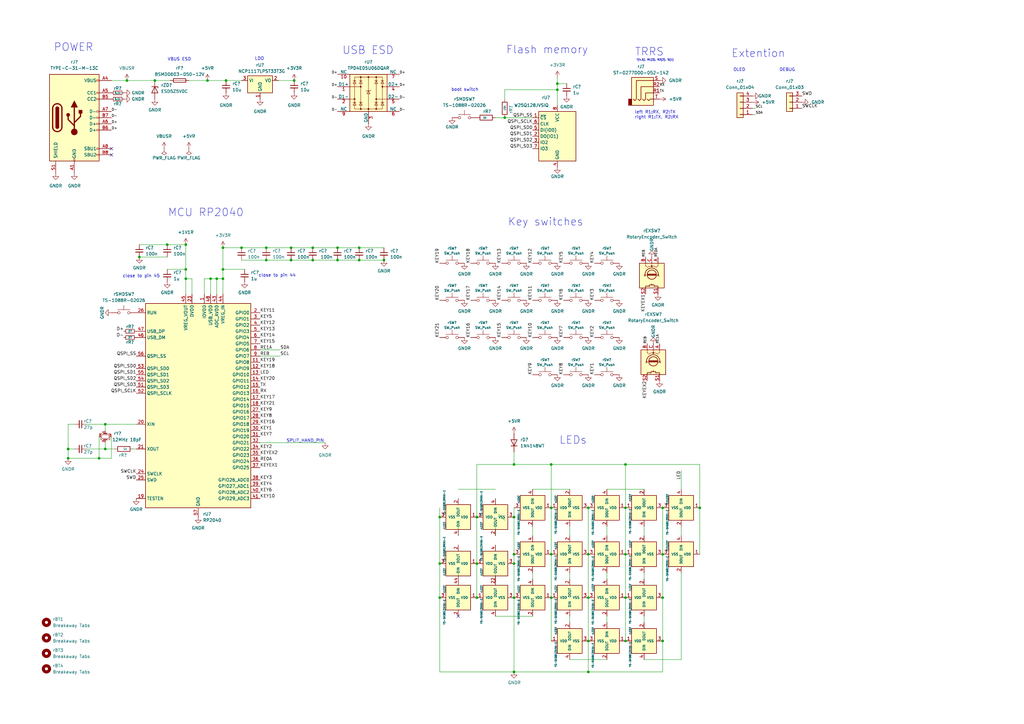
<source format=kicad_sch>
(kicad_sch (version 20231120) (generator "eeschema") (generator_version "8.0")
  (paper "A3")
  (title_block (title "Corne Right") (date "2023-10-07") (rev "4.0.0") (company "foostan"))
  (junction (at 27.94 184.15))
  (junction (at 228.6 36.83))
  (junction (at 180.34 231.14))
  (junction (at 180.34 245.11))
  (junction (at 195.58 212.09))
  (junction (at 226.06 227.33))
  (junction (at 210.82 245.11))
  (junction (at 91.44 114.3))
  (junction (at 241.3 227.33))
  (junction (at 256.54 227.33))
  (junction (at 180.34 212.09))
  (junction (at 128.27 101.6))
  (junction (at 40.64 187.96))
  (junction (at 43.18 184.15))
  (junction (at 226.06 245.11))
  (junction (at 271.78 262.89))
  (junction (at 271.78 245.11))
  (junction (at 195.58 231.14))
  (junction (at 256.54 262.89))
  (junction (at 157.48 106.68))
  (junction (at 91.44 110.49))
  (junction (at 76.2 100.33))
  (junction (at 241.3 245.11))
  (junction (at 92.71 33.02))
  (junction (at 228.6 34.29))
  (junction (at 210.82 190.5))
  (junction (at 57.15 105.41))
  (junction (at 27.94 187.96))
  (junction (at 99.06 101.6))
  (junction (at 88.9 114.3))
  (junction (at 138.43 106.68))
  (junction (at 271.78 208.28))
  (junction (at 52.07 33.02))
  (junction (at 109.22 101.6))
  (junction (at 120.65 33.02))
  (junction (at 226.06 190.5))
  (junction (at 210.82 227.33))
  (junction (at 241.3 208.28))
  (junction (at 128.27 106.68))
  (junction (at 207.01 48.26))
  (junction (at 256.54 208.28))
  (junction (at 119.38 106.68))
  (junction (at 86.36 114.3))
  (junction (at 109.22 106.68))
  (junction (at 68.58 100.33))
  (junction (at 256.54 190.5))
  (junction (at 76.2 114.3))
  (junction (at 91.44 101.6))
  (junction (at 287.02 208.28))
  (junction (at 241.3 262.89))
  (junction (at 85.09 33.02))
  (junction (at 210.82 231.14))
  (junction (at 256.54 245.11))
  (junction (at 210.82 275.59))
  (junction (at 226.06 208.28))
  (junction (at 210.82 212.09))
  (junction (at 63.5 33.02))
  (junction (at 241.3 275.59))
  (junction (at 119.38 101.6))
  (junction (at 147.32 101.6))
  (junction (at 43.18 173.99))
  (junction (at 195.58 245.11))
  (junction (at 147.32 106.68))
  (junction (at 271.78 227.33))
  (junction (at 76.2 110.49))
  (junction (at 138.43 101.6))
  (no_connect (at 45.72 63.5))
  (no_connect (at 187.96 252.73))
  (no_connect (at 45.72 60.96))
  (bus_entry (at 204.47 210.82) (size 2.54 2.54))
  (wire (pts (xy 91.44 101.6) (xy 99.06 101.6)))
  (wire (pts (xy 241.3 208.28) (xy 241.3 227.33)))
  (wire (pts (xy 106.68 146.05) (xy 114.935 146.05)))
  (wire (pts (xy 138.43 101.6) (xy 147.32 101.6)))
  (wire (pts (xy 83.82 114.3) (xy 86.36 114.3)))
  (wire (pts (xy 85.09 33.02) (xy 92.71 33.02)))
  (wire (pts (xy 210.82 227.33) (xy 210.82 231.14)))
  (wire (pts (xy 27.94 187.96) (xy 40.64 187.96)))
  (wire (pts (xy 241.3 262.89) (xy 241.3 275.59)))
  (wire (pts (xy 210.82 190.5) (xy 195.58 190.5)))
  (wire (pts (xy 180.34 245.11) (xy 180.34 275.59)))
  (wire (pts (xy 27.94 173.99) (xy 27.94 184.15)))
  (wire (pts (xy 147.32 106.68) (xy 157.48 106.68)))
  (wire (pts (xy 138.43 106.68) (xy 147.32 106.68)))
  (wire (pts (xy 256.54 227.33) (xy 256.54 245.11)))
  (wire (pts (xy 30.48 173.99) (xy 27.94 173.99)))
  (wire (pts (xy 226.06 245.11) (xy 226.06 262.89)))
  (wire (pts (xy 264.16 234.95) (xy 264.16 237.49)))
  (wire (pts (xy 106.68 181.61) (xy 133.35 181.61)))
  (wire (pts (xy 114.3 33.02) (xy 120.65 33.02)))
  (wire (pts (xy 271.78 275.59) (xy 241.3 275.59)))
  (wire (pts (xy 43.18 184.15) (xy 43.18 181.61)))
  (wire (pts (xy 86.36 114.3) (xy 86.36 120.65)))
  (wire (pts (xy 233.68 252.73) (xy 233.68 255.27)))
  (wire (pts (xy 248.92 215.9) (xy 248.92 219.71)))
  (wire (pts (xy 180.34 208.28) (xy 180.34 212.09)))
  (wire (pts (xy 119.38 101.6) (xy 128.27 101.6)))
  (wire (pts (xy 218.44 234.95) (xy 218.44 237.49)))
  (wire (pts (xy 109.22 106.68) (xy 119.38 106.68)))
  (wire (pts (xy 68.58 110.49) (xy 76.2 110.49)))
  (wire (pts (xy 35.56 184.15) (xy 43.18 184.15)))
  (wire (pts (xy 76.2 110.49) (xy 76.2 114.3)))
  (wire (pts (xy 210.82 275.59) (xy 241.3 275.59)))
  (wire (pts (xy 91.44 114.3) (xy 88.9 114.3)))
  (wire (pts (xy 63.5 33.02) (xy 69.85 33.02)))
  (wire (pts (xy 76.2 100.33) (xy 76.2 110.49)))
  (wire (pts (xy 271.78 245.11) (xy 271.78 262.89)))
  (wire (pts (xy 91.44 120.65) (xy 91.44 114.3)))
  (wire (pts (xy 228.6 36.83) (xy 207.01 36.83)))
  (wire (pts (xy 91.44 101.6) (xy 91.44 110.49)))
  (wire (pts (xy 279.4 193.04) (xy 279.4 200.66)))
  (wire (pts (xy 43.18 176.53) (xy 43.18 173.99)))
  (wire (pts (xy 99.06 106.68) (xy 109.22 106.68)))
  (wire (pts (xy 233.68 237.49) (xy 233.68 234.95)))
  (wire (pts (xy 233.68 200.66) (xy 218.44 200.66)))
  (wire (pts (xy 256.54 245.11) (xy 256.54 262.89)))
  (wire (pts (xy 309.88 46.99) (xy 308.61 46.99)))
  (wire (pts (xy 27.94 184.15) (xy 30.48 184.15)))
  (wire (pts (xy 287.02 208.28) (xy 287.02 227.33)))
  (wire (pts (xy 241.3 227.33) (xy 241.3 245.11)))
  (wire (pts (xy 195.58 190.5) (xy 195.58 212.09)))
  (wire (pts (xy 45.72 187.96) (xy 40.64 187.96)))
  (wire (pts (xy 207.01 48.26) (xy 218.44 48.26)))
  (wire (pts (xy 203.2 252.73) (xy 218.44 252.73)))
  (wire (pts (xy 233.68 219.71) (xy 233.68 215.9)))
  (wire (pts (xy 279.4 270.51) (xy 264.16 270.51)))
  (wire (pts (xy 218.44 219.71) (xy 218.44 215.9)))
  (wire (pts (xy 210.82 231.14) (xy 210.82 245.11)))
  (wire (pts (xy 264.16 215.9) (xy 264.16 219.71)))
  (wire (pts (xy 40.64 179.07) (xy 40.64 187.96)))
  (wire (pts (xy 86.36 114.3) (xy 88.9 114.3)))
  (wire (pts (xy 210.82 212.09) (xy 210.82 227.33)))
  (wire (pts (xy 195.58 212.09) (xy 195.58 231.14)))
  (wire (pts (xy 271.78 208.28) (xy 271.78 227.33)))
  (wire (pts (xy 106.68 143.51) (xy 114.935 143.51)))
  (wire (pts (xy 57.15 105.41) (xy 68.58 105.41)))
  (wire (pts (xy 119.38 106.68) (xy 128.27 106.68)))
  (wire (pts (xy 68.58 100.33) (xy 76.2 100.33)))
  (wire (pts (xy 147.32 101.6) (xy 157.48 101.6)))
  (wire (pts (xy 91.44 110.49) (xy 91.44 114.3)))
  (wire (pts (xy 83.82 114.3) (xy 83.82 120.65)))
  (wire (pts (xy 43.18 173.99) (xy 55.88 173.99)))
  (wire (pts (xy 180.34 212.09) (xy 180.34 231.14)))
  (wire (pts (xy 210.82 208.28) (xy 210.82 212.09)))
  (wire (pts (xy 52.07 33.02) (xy 63.5 33.02)))
  (wire (pts (xy 195.58 231.14) (xy 195.58 245.11)))
  (wire (pts (xy 88.9 114.3) (xy 88.9 120.65)))
  (wire (pts (xy 309.88 44.45) (xy 308.61 44.45)))
  (wire (pts (xy 279.4 215.9) (xy 279.4 219.71)))
  (wire (pts (xy 54.61 184.15) (xy 55.88 184.15)))
  (wire (pts (xy 45.72 33.02) (xy 52.07 33.02)))
  (wire (pts (xy 256.54 190.5) (xy 287.02 190.5)))
  (wire (pts (xy 256.54 190.5) (xy 256.54 208.28)))
  (wire (pts (xy 128.27 101.6) (xy 138.43 101.6)))
  (wire (pts (xy 76.2 120.65) (xy 76.2 114.3)))
  (wire (pts (xy 203.2 237.49) (xy 203.2 234.95)))
  (wire (pts (xy 45.72 179.07) (xy 45.72 187.96)))
  (wire (pts (xy 203.2 219.71) (xy 203.2 215.9)))
  (wire (pts (xy 279.4 234.95) (xy 279.4 270.51)))
  (wire (pts (xy 91.44 110.49) (xy 100.33 110.49)))
  (wire (pts (xy 241.3 245.11) (xy 241.3 262.89)))
  (wire (pts (xy 271.78 262.89) (xy 271.78 275.59)))
  (wire (pts (xy 109.22 101.6) (xy 119.38 101.6)))
  (wire (pts (xy 256.54 208.28) (xy 256.54 227.33)))
  (wire (pts (xy 228.6 36.83) (xy 228.6 43.18)))
  (wire (pts (xy 248.92 270.51) (xy 233.68 270.51)))
  (wire (pts (xy 187.96 234.95) (xy 187.96 237.49)))
  (wire (pts (xy 287.02 190.5) (xy 287.02 208.28)))
  (wire (pts (xy 228.6 31.75) (xy 228.6 34.29)))
  (wire (pts (xy 203.2 48.26) (xy 207.01 48.26)))
  (wire (pts (xy 210.82 190.5) (xy 226.06 190.5)))
  (wire (pts (xy 128.27 106.68) (xy 138.43 106.68)))
  (wire (pts (xy 35.56 173.99) (xy 43.18 173.99)))
  (wire (pts (xy 228.6 34.29) (xy 232.41 34.29)))
  (wire (pts (xy 248.92 234.95) (xy 248.92 237.49)))
  (wire (pts (xy 203.2 200.66) (xy 187.96 200.66)))
  (wire (pts (xy 78.74 114.3) (xy 76.2 114.3)))
  (wire (pts (xy 92.71 33.02) (xy 99.06 33.02)))
  (wire (pts (xy 228.6 34.29) (xy 228.6 36.83)))
  (wire (pts (xy 271.78 227.33) (xy 271.78 245.11)))
  (wire (pts (xy 248.92 200.66) (xy 264.16 200.66)))
  (wire (pts (xy 226.06 208.28) (xy 226.06 227.33)))
  (wire (pts (xy 226.06 190.5) (xy 226.06 208.28)))
  (wire (pts (xy 180.34 231.14) (xy 180.34 245.11)))
  (wire (pts (xy 210.82 185.42) (xy 210.82 190.5)))
  (wire (pts (xy 207.01 36.83) (xy 207.01 40.64)))
  (wire (pts (xy 99.06 101.6) (xy 109.22 101.6)))
  (wire (pts (xy 226.06 190.5) (xy 256.54 190.5)))
  (wire (pts (xy 43.18 184.15) (xy 46.99 184.15)))
  (wire (pts (xy 27.94 184.15) (xy 27.94 187.96)))
  (wire (pts (xy 57.15 100.33) (xy 68.58 100.33)))
  (wire (pts (xy 78.74 120.65) (xy 78.74 114.3)))
  (wire (pts (xy 226.06 227.33) (xy 226.06 245.11)))
  (wire (pts (xy 77.47 33.02) (xy 85.09 33.02)))
  (wire (pts (xy 180.34 275.59) (xy 210.82 275.59)))
  (wire (pts (xy 187.96 215.9) (xy 187.96 219.71)))
  (wire (pts (xy 264.16 252.73) (xy 264.16 255.27)))
  (wire (pts (xy 210.82 245.11) (xy 210.82 275.59)))
  (wire (pts (xy 248.92 252.73) (xy 248.92 255.27)))
  (text "USB ESD" (at 140.335 22.606 0) (effects (font (size 3.175 3.175)) (justify left bottom)))
  (text "Flash memory" (at 207.518 22.352 0) (effects (font (size 3.175 3.175)) (justify left bottom)))
  (text "MCU RP2040" (at 68.834 89.154 0) (effects (font (size 3.175 3.175)) (justify left bottom)))
  (text "DEBUG" (at 319.659 29.464 0) (effects (font (size 1.27 1.27)) (justify left bottom)))
  (text "POWER\n" (at 21.971 21.336 0) (effects (font (size 3.175 3.175)) (justify left bottom)))
  (text "boot switch" (at 185.039 37.592 0) (effects (font (size 1.27 1.27)) (justify left bottom)))
  (text "LDO" (at 104.521 24.892 0) (effects (font (size 1.27 1.27)) (justify left bottom)))
  (text "Key switches" (at 208.28 92.964 0) (effects (font (size 3.175 3.175)) (justify left bottom)))
  (text "LEDs" (at 229.362 182.499 0) (effects (font (size 3.175 3.175)) (justify left bottom)))
  (text "Extention" (at 299.974 23.876 0) (effects (font (size 3.175 3.175)) (justify left bottom)))
  (text "TRRS" (at 260.35 23.241 0) (effects (font (size 3.175 3.175)) (justify left bottom)))
  (text "OLED" (at 300.736 29.464 0) (effects (font (size 1.27 1.27)) (justify left bottom)))
  (text "close to pin 45" (at 50.292 114.046 0) (effects (font (size 1.27 1.27)) (justify left bottom)))
  (text "close to pin 44" (at 106.045 113.792 0) (effects (font (size 1.27 1.27)) (justify left bottom)))
  (text "left R1:RX, R2:TX\nright R1:TX, R2:RX" (at 260.35 48.895 0) (effects (font (size 1.27 1.27)) (justify left bottom)))
  (text "SPLIT_HAND_PIN" (at 117.475 181.61 0) (effects (font (size 1.27 1.27)) (justify left bottom)))
  (text "T(4,5), R1(3), R2(2), S(1)\n" (at 260.985 25.146 0) (effects (font (size 0.762 0.762)) (justify left bottom)))
  (text "VBUS ESD" (at 68.707 25.146 0) (effects (font (size 1.27 1.27)) (justify left bottom)))
  (label "QSPI_SCLK" (at 55.88 161.29 180))
  (label "KEYEX2" (at 265.43 156.21 270))
  (label "SWCLK" (at 55.88 194.31 180))
  (label "TX" (at 106.68 158.75 0))
  (label "RX" (at 270.51 35.56 0) (effects (font (size 1 1))))
  (label "SCL" (at 309.88 44.45 0) (effects (font (size 1 1))))
  (label "RE0A" (at 269.875 105.41 90) (effects (font (size 1 1))))
  (label "KEY8" (at 106.68 171.45 0))
  (label "D+" (at 163.83 35.56 0) (effects (font (size 1 1))))
  (label "KEY19" (at 180.34 107.95 90))
  (label "LED" (at 279.4 193.04 270))
  (label "D-" (at 45.72 45.72 0) (effects (font (size 1 1))))
  (label "KEY18" (at 106.68 151.13 0))
  (label "KEY4" (at 243.84 107.95 90))
  (label "KEY6" (at 231.14 123.19 90))
  (label "RE0A" (at 106.68 189.23 0))
  (label "RX" (at 106.68 161.29 0))
  (label "D-" (at 163.83 40.64 0) (effects (font (size 1 1))))
  (label "KEY14" (at 205.74 123.19 90))
  (label "KEY12" (at 218.44 107.95 90))
  (label "KEY20" (at 180.34 123.19 90))
  (label "QSPI_SD3" (at 55.88 158.75 180))
  (label "QSPI_SCLK" (at 218.44 50.8 180))
  (label "KEY16" (at 106.68 173.99 0))
  (label "QSPI_SD1" (at 218.44 55.88 180))
  (label "KEY3" (at 243.84 123.19 90))
  (label "KEY2" (at 243.84 138.43 90))
  (label "D-" (at 45.72 48.26 0) (effects (font (size 1 1))))
  (label "KEY16" (at 193.04 138.43 90))
  (label "KEY15" (at 205.74 138.43 90))
  (label "SWD" (at 55.88 196.85 180))
  (label "KEY11" (at 218.44 123.19 90))
  (label "SDA" (at 114.935 143.51 0))
  (label "KEY9" (at 106.68 168.91 0))
  (label "KEY18" (at 193.04 107.95 90))
  (label "D+" (at 138.43 35.56 180) (effects (font (size 1 1))))
  (label "D-" (at 163.83 45.72 0) (effects (font (size 1 1))))
  (label "QSPI_SD2" (at 218.44 58.42 180))
  (label "KEY17" (at 193.04 123.19 90))
  (label "QSPI_SD2" (at 55.88 156.21 180))
  (label "KEY13" (at 205.74 107.95 90))
  (label "KEY7" (at 106.68 179.07 0))
  (label "D+" (at 45.72 50.8 0) (effects (font (size 1 1))))
  (label "KEY10" (at 218.44 138.43 90))
  (label "KEY9" (at 218.44 153.67 90))
  (label "QSPI_SS" (at 218.44 48.26 180))
  (label "KEY5" (at 106.68 130.81 0))
  (label "REB" (at 106.68 146.05 0))
  (label "KEY1" (at 243.84 153.67 90))
  (label "SCL" (at 114.935 146.05 0))
  (label "KEY19" (at 106.68 148.59 0))
  (label "KEYEX1" (at 264.795 120.65 270))
  (label "KEY2" (at 106.68 184.15 0))
  (label "TX" (at 270.51 38.1 0) (effects (font (size 1 1))))
  (label "KEY12" (at 106.68 133.35 0))
  (label "QSPI_SS" (at 55.88 146.05 180))
  (label "KEY7" (at 231.14 138.43 90))
  (label "KEY4" (at 106.68 199.39 0))
  (label "QSPI_SD0" (at 218.44 53.34 180))
  (label "KEY15" (at 106.68 140.97 0))
  (label "KEY20" (at 106.68 156.21 0))
  (label "D-" (at 50.8 138.43 180))
  (label "SWD" (at 328.93 39.37 0))
  (label "KEY21" (at 180.34 138.43 90))
  (label "REB" (at 265.43 140.97 90) (effects (font (size 1 1))))
  (label "KEY17" (at 106.68 163.83 0))
  (label "RE1A" (at 270.51 140.97 90) (effects (font (size 1 1))))
  (label "KEY14" (at 106.68 138.43 0))
  (label "D+" (at 163.83 30.48 0) (effects (font (size 1 1))))
  (label "KEY1" (at 106.68 176.53 0))
  (label "KEYEX2" (at 106.68 186.69 0))
  (label "REB" (at 264.795 105.41 90) (effects (font (size 1 1))))
  (label "KEY21" (at 106.68 166.37 0))
  (label "D-" (at 138.43 45.72 180) (effects (font (size 1 1))))
  (label "SWCLK" (at 328.93 44.45 0))
  (label "SDA" (at 309.88 46.99 0) (effects (font (size 1 1))))
  (label "KEYEX1" (at 106.68 191.77 0))
  (label "QSPI_SD3" (at 218.44 60.96 180))
  (label "D+" (at 138.43 30.48 180) (effects (font (size 1 1))))
  (label "D+" (at 50.8 135.89 180))
  (label "KEY13" (at 106.68 135.89 0))
  (label "KEY3" (at 106.68 196.85 0))
  (label "D+" (at 45.72 53.34 0) (effects (font (size 1 1))))
  (label "KEY11" (at 106.68 128.27 0))
  (label "KEY5" (at 231.14 107.95 90))
  (label "D-" (at 138.43 40.64 180) (effects (font (size 1 1))))
  (label "KEY10" (at 106.68 204.47 0))
  (label "KEY6" (at 106.68 201.93 0))
  (label "QSPI_SD0" (at 55.88 151.13 180))
  (label "RE1A" (at 106.68 143.51 0))
  (label "LED" (at 106.68 153.67 0))
  (label "KEY8" (at 231.14 153.67 90))
  (label "QSPI_SD1" (at 55.88 153.67 180))
  (symbol (lib_id "kbd:GNDR") (at 328.93 41.91 90) (unit 1)
    (property "Reference" "#PWR?" (effects (hide yes)))
    (property "Value" "GNDR" (at 332.74 41.91 90) (effects (justify right)))
  )
  (symbol (lib_id "kbd_local:YS-SK6812MINI-E") (at 233.68 245.11 90) (unit 1)
    (property "Reference" "rLED?" (at 227.965 243.205 0) (effects (font (size 0.7366 0.7366)) (justify left)))
    (property "Value" "YS-SK6812MINI-E" (at 227.965 255.905 0) (effects (font (size 0.7366 0.7366)) (justify left)))
    (property "Footprint" "kbd_local:YS-SK6812MINI-E" (effects (hide yes)))
  )
  (symbol (lib_id "Device:C_Small") (at 33.02 184.15 270) (unit 1)
    (property "Reference" "rC?" (at 34.29 182.88 90) (effects (justify left)))
    (property "Value" "27p" (at 34.29 185.42 90) (effects (justify left)))
    (property "Footprint" "Capacitor_SMD:C_0402_1005Metric" (effects (hide yes)))
  )
  (symbol (lib_id "kbd:+3V3R") (at 120.65 33.02 0) (unit 1)
    (property "Reference" "#PWR070" (effects (hide yes)))
    (property "Value" "+3V3R" (at 120.65 27.94 0))
  )
  (symbol (lib_id "kbd:GNDR") (at 63.5 40.64 0) (unit 1)
    (property "Reference" "#PWR?" (effects (hide yes)))
    (property "Value" "GNDR" (at 63.5 45.085 0))
  )
  (symbol (lib_id "kbd:GNDR") (at 241.3 123.19 0) (unit 1)
    (property "Reference" "#PWR?" (effects (hide yes)))
    (property "Value" "GNDR" (at 241.3 127.635 0))
  )
  (symbol (lib_id "Switch:SW_Push") (at 236.22 123.19 0) (unit 1)
    (property "Reference" "rSW?" (at 236.22 117.094 0) (effects (font (size 1 1))))
    (property "Value" "SW_Push" (at 236.22 119.126 0) (effects (font (size 1 1))))
    (property "Footprint" "kbd:keyswitch_cherrymx_hotswap_1u" (effects (hide yes)))
  )
  (symbol (lib_name "SW_Push_1") (lib_id "Switch:SW_Push") (at 248.92 107.95 0) (unit 1)
    (property "Reference" "rSW?" (at 248.92 101.854 0) (effects (font (size 1 1))))
    (property "Value" "SW_Push" (at 248.92 103.886 0) (effects (font (size 1 1))))
    (property "Footprint" "kbd:keyswitch_cherrymx_hotswap_1u" (effects (hide yes)))
  )
  (symbol (lib_id "kbd:GNDR") (at 215.9 107.95 0) (unit 1)
    (property "Reference" "#PWR?" (effects (hide yes)))
    (property "Value" "GNDR" (at 215.9 112.395 0))
  )
  (symbol (lib_id "kbd:GNDR") (at 241.3 153.67 0) (unit 1)
    (property "Reference" "#PWR?" (effects (hide yes)))
    (property "Value" "GNDR" (at 241.3 158.115 0))
  )
  (symbol (lib_id "Regulator_Linear:NCP1117-3.3_SOT223") (at 106.68 33.02 0) (unit 1)
    (property "Reference" "rU?" (at 106.68 26.67 0))
    (property "Value" "NCP1117LPST33T3G" (at 107.315 29.21 0))
    (property "Footprint" "Package_TO_SOT_SMD:SOT-223-3_TabPin2" (effects (hide yes)))
    (property "Datasheet" "http://www.onsemi.com/pub_link/Collateral/NCP1117-D.PDF" (effects (hide yes)))
    (property "JLCPCB Part #" "C146799" (effects (hide yes)))
  )
  (symbol (lib_id "kbd_local:YS-SK6812MINI-E") (at 248.92 208.28 270) (unit 1)
    (property "Reference" "rLED?" (at 243.205 203.2 0) (effects (font (size 0.7366 0.7366)) (justify left)))
    (property "Value" "YS-SK6812MINI-E" (at 243.205 208.915 0) (effects (font (size 0.7366 0.7366)) (justify left)))
    (property "Footprint" "kbd_local:YS-SK6812MINI-E" (effects (hide yes)))
  )
  (symbol (lib_id "kbd_local:VBUSR") (at 67.31 60.96 0) (unit 1)
    (property "Reference" "#PWR065" (effects (hide yes)))
    (property "Value" "VBUSR" (at 67.31 55.88 0))
  )
  (symbol (lib_id "kbd:GNDR") (at 267.97 140.97 180) (unit 1)
    (property "Reference" "#PWR?" (effects (hide yes)))
    (property "Value" "GNDR" (at 267.97 135.89 90))
  )
  (symbol (lib_id "Device:Fuse") (at 73.66 33.02 90) (unit 1)
    (property "Reference" "rF?" (at 73.66 27.94 90))
    (property "Value" "BSMD0603-050-12V" (at 73.66 30.48 90))
    (property "Footprint" "Fuse:Fuse_0603_1608Metric" (effects (hide yes)))
    (property "Description" "12V 500mA 40A 1A 0603 Resettable Fuses ROHS" (effects (hide yes)))
    (property "JLCPCB Part #" "C2844464" (effects (hide yes)))
  )
  (symbol (lib_id "kbd:GNDR") (at 215.9 123.19 0) (unit 1)
    (property "Reference" "#PWR?" (effects (hide yes)))
    (property "Value" "GNDR" (at 215.9 127.635 0))
  )
  (symbol (lib_id "Connector:USB_C_Receptacle_USB2.0") (at 30.48 48.26 0) (unit 1)
    (property "Reference" "rJ?" (at 30.48 25.4 0))
    (property "Value" "TYPE-C-31-M-13C" (at 30.48 27.94 0))
    (property "Footprint" "kbd_local:TYPE-C-31-M-13C" (effects (hide yes)))
    (property "Datasheet" "https://www.usb.org/sites/default/files/documents/usb_type-c.zip" (effects (hide yes)))
    (property "JLCPCB Part #" "C2848620" (effects (hide yes)))
  )
  (symbol (lib_id "kbd:GNDR") (at 22.86 71.12 0) (unit 1)
    (property "Reference" "#PWR?" (effects (hide yes)))
    (property "Value" "GNDR" (at 22.86 76.2 0))
  )
  (symbol (lib_id "kbd:GNDR") (at 81.28 212.09 0) (unit 1)
    (property "Reference" "#PWR?" (effects (hide yes)))
    (property "Value" "GNDR" (at 81.28 216.535 0))
  )
  (symbol (lib_id "Device:RotaryEncoder_Switch") (at 267.97 148.59 270) (unit 1)
    (property "Reference" "rEXSW?" (at 267.97 128.905 90))
    (property "Value" "RotaryEncoder_Switch" (at 267.97 131.445 90))
    (property "Footprint" "kbd_local:keyswitch_cherrymx_hotswap_1u_rotary_encoder_ec12" (effects (hide yes)))
  )
  (symbol (lib_id "kbd:GNDR") (at 50.8 40.64 90) (unit 1)
    (property "Reference" "#PWR?" (effects (hide yes)))
    (property "Value" "GNDR" (at 53.975 40.64 90) (effects (justify right)))
  )
  (symbol (lib_id "Switch:SW_Push") (at 236.22 107.95 0) (unit 1)
    (property "Reference" "rSW?" (at 236.22 101.854 0) (effects (font (size 1 1))))
    (property "Value" "SW_Push" (at 236.22 103.886 0) (effects (font (size 1 1))))
    (property "Footprint" "kbd:keyswitch_cherrymx_hotswap_1u" (effects (hide yes)))
  )
  (symbol (lib_id "kbd:GNDR") (at 190.5 107.95 0) (unit 1)
    (property "Reference" "#PWR?" (effects (hide yes)))
    (property "Value" "GNDR" (at 190.5 112.395 0))
  )
  (symbol (lib_id "kbd_local:YS-SK6812MINI-E") (at 203.2 231.14 90) (mirror x) (unit 1)
    (property "Reference" "rLED?" (at 197.485 233.045 0) (effects (font (size 0.7366 0.7366)) (justify left)))
    (property "Value" "YS-SK6812MINI-E" (at 197.485 219.71 0) (effects (font (size 0.7366 0.7366)) (justify left)))
    (property "Footprint" "kbd_local:YS-SK6812MINI-E" (effects (hide yes)))
  )
  (symbol (lib_id "Switch:SW_Push") (at 198.12 138.43 0) (unit 1)
    (property "Reference" "rSW?" (at 198.12 132.334 0) (effects (font (size 1 1))))
    (property "Value" "SW_Push" (at 198.12 134.366 0) (effects (font (size 1 1))))
    (property "Footprint" "kbd:keyswitch_cherrymx_hotswap_1u" (effects (hide yes)))
  )
  (symbol (lib_id "kbd:+5VR") (at 210.82 177.8 0) (unit 1)
    (property "Reference" "#PWR069" (effects (hide yes)))
    (property "Value" "+5VR" (at 210.82 172.72 0))
  )
  (symbol (lib_id "kbd_local:YS-SK6812MINI-E") (at 233.68 227.33 90) (unit 1)
    (property "Reference" "rLED?" (at 227.965 225.425 0) (effects (font (size 0.7366 0.7366)) (justify left)))
    (property "Value" "YS-SK6812MINI-E" (at 227.965 238.125 0) (effects (font (size 0.7366 0.7366)) (justify left)))
    (property "Footprint" "kbd_local:YS-SK6812MINI-E" (effects (hide yes)))
  )
  (symbol (lib_id "kbd:GNDR") (at 254 138.43 0) (unit 1)
    (property "Reference" "#PWR?" (effects (hide yes)))
    (property "Value" "GNDR" (at 254 142.875 0))
  )
  (symbol (lib_id "kbd:GNDR") (at 151.13 50.8 0) (unit 1)
    (property "Reference" "#PWR?" (effects (hide yes)))
    (property "Value" "GNDR" (at 151.13 55.88 0))
  )
  (symbol (lib_id "kbd:GNDR") (at 269.875 120.65 0) (unit 1)
    (property "Reference" "#PWR?" (effects (hide yes)))
    (property "Value" "GNDR" (at 269.875 125.095 0))
  )
  (symbol (lib_id "Switch:SW_Push") (at 210.82 138.43 0) (unit 1)
    (property "Reference" "rSW?" (at 210.82 132.334 0) (effects (font (size 1 1))))
    (property "Value" "SW_Push" (at 210.82 134.366 0) (effects (font (size 1 1))))
    (property "Footprint" "kbd:keyswitch_cherrymx_hotswap_1u" (effects (hide yes)))
  )
  (symbol (lib_id "Device:R_Small") (at 48.26 40.64 270) (unit 1)
    (property "Reference" "rR?" (at 48.26 42.545 90))
    (property "Value" "5.1k" (at 48.26 40.64 90) (effects (font (size 0.762 0.762))))
    (property "Footprint" "Resistor_SMD:R_0402_1005Metric" (effects (hide yes)))
  )
  (symbol (lib_id "Diode:1N4148WT") (at 210.82 181.61 90) (unit 1)
    (property "Reference" "rD?" (at 213.36 180.34 90) (effects (justify right)))
    (property "Value" "1N4148WT" (at 213.36 182.88 90) (effects (justify right)))
    (property "Footprint" "Diode_SMD:D_SOD-523" (effects (hide yes)))
    (property "Datasheet" "https://www.diodes.com/assets/Datasheets/ds30396.pdf" (effects (hide yes)))
    (property "JLCPCB Part #" "C232841" (effects (hide yes)))
  )
  (symbol (lib_id "Device:Crystal_GND24_Small") (at 43.18 179.07 270) (unit 1)
    (property "Reference" "rY?" (at 48.26 177.8 90))
    (property "Value" "12MHz 18pF" (at 52.07 180.34 90))
    (property "Footprint" "Crystal:Crystal_SMD_3225-4Pin_3.2x2.5mm" (effects (hide yes)))
    (property "Description" "12MHz 18pF ±20ppm SMD3225-4P Crystals ROHS" (effects (hide yes)))
    (property "MFR.Part #" "Q22FA23V0041800" (effects (hide yes)))
    (property "JLCPCB Part #" "C91749" (effects (hide yes)))
  )
  (symbol (lib_id "kbd_local:YS-SK6812MINI-E") (at 248.92 245.11 270) (unit 1)
    (property "Reference" "rLED?" (at 243.205 239.395 0) (effects (font (size 0.7366 0.7366)) (justify left)))
    (property "Value" "YS-SK6812MINI-E" (at 243.205 245.745 0) (effects (font (size 0.7366 0.7366)) (justify left)))
    (property "Footprint" "kbd_local:YS-SK6812MINI-E" (effects (hide yes)))
  )
  (symbol (lib_id "Switch:SW_Push") (at 248.92 153.67 0) (unit 1)
    (property "Reference" "rSW?" (at 248.92 147.574 0) (effects (font (size 1 1))))
    (property "Value" "SW_Push" (at 248.92 149.606 0) (effects (font (size 1 1))))
    (property "Footprint" "kbd:keyswitch_cherrymx_hotswap_1.5u" (effects (hide yes)))
  )
  (symbol (lib_id "kbd:GNDR") (at 215.9 138.43 0) (unit 1)
    (property "Reference" "#PWR?" (effects (hide yes)))
    (property "Value" "GNDR" (at 215.9 142.875 0))
  )
  (symbol (lib_id "kbd:GNDR") (at 185.42 48.26 0) (unit 1)
    (property "Reference" "#PWR?" (effects (hide yes)))
    (property "Value" "GNDR" (at 185.42 52.07 0))
  )
  (symbol (lib_id "Mechanical:MountingHole") (at 19.05 274.32 0) (unit 1)
    (property "Reference" "rBT4" (at 21.59 273.05 0) (effects (justify left)))
    (property "Value" "Breakaway Tabs" (at 21.59 275.59 0) (effects (justify left)))
    (property "Footprint" "kbd_local:Breakaway_Tabs" (effects (hide yes)))
  )
  (symbol (lib_id "Device:C_Small") (at 57.15 102.87 0) (unit 1)
    (property "Reference" "rC?" (at 59.69 101.6 0) (effects (justify left)))
    (property "Value" "100n" (at 59.69 104.14 0) (effects (justify left)))
    (property "Footprint" "Capacitor_SMD:C_0402_1005Metric" (effects (hide yes)))
  )
  (symbol (lib_id "Diode:ESD5Zxx") (at 63.5 36.83 270) (unit 1)
    (property "Reference" "rZD?" (at 66.04 34.925 90) (effects (justify left)))
    (property "Value" "ESD5Z5V0C" (at 66.04 37.465 90) (effects (justify left)))
    (property "Footprint" "Diode_SMD:D_SOD-523" (effects (hide yes)))
    (property "Datasheet" "https://www.onsemi.com/pdf/datasheet/esd5z2.5t1-d.pdf" (effects (hide yes)))
    (property "JLCPCB Part #" "C2901325" (effects (hide yes)))
  )
  (symbol (lib_id "kbd_local:VBUSR") (at 52.07 33.02 0) (unit 1)
    (property "Reference" "#PWR066" (effects (hide yes)))
    (property "Value" "VBUSR" (at 52.07 27.94 0))
  )
  (symbol (lib_id "kbd_local:YS-SK6812MINI-E") (at 248.92 262.89 270) (unit 1)
    (property "Reference" "rLED?" (at 243.205 257.175 0) (effects (font (size 0.7366 0.7366)) (justify left)))
    (property "Value" "YS-SK6812MINI-E" (at 243.205 263.525 0) (effects (font (size 0.7366 0.7366)) (justify left)))
    (property "Footprint" "kbd_local:YS-SK6812MINI-E" (effects (hide yes)))
  )
  (symbol (lib_id "kbd:GNDR") (at 55.88 204.47 0) (unit 1)
    (property "Reference" "#PWR?" (effects (hide yes)))
    (property "Value" "GNDR" (at 55.88 208.915 0))
  )
  (symbol (lib_id "Device:C_Small") (at 68.58 102.87 0) (unit 1)
    (property "Reference" "rC?" (at 71.12 101.6 0) (effects (justify left)))
    (property "Value" "100n" (at 71.12 104.14 0) (effects (justify left)))
    (property "Footprint" "Capacitor_SMD:C_0402_1005Metric" (effects (hide yes)))
  )
  (symbol (lib_id "kbd:GNDR") (at 241.3 138.43 0) (unit 1)
    (property "Reference" "#PWR?" (effects (hide yes)))
    (property "Value" "GNDR" (at 241.3 142.875 0))
  )
  (symbol (lib_id "kbd_local:YS-SK6812MINI-E") (at 233.68 208.28 90) (unit 1)
    (property "Reference" "rLED?" (at 227.965 206.375 0) (effects (font (size 0.7366 0.7366)) (justify left)))
    (property "Value" "YS-SK6812MINI-E" (at 227.965 219.075 0) (effects (font (size 0.7366 0.7366)) (justify left)))
    (property "Footprint" "kbd_local:YS-SK6812MINI-E" (effects (hide yes)))
  )
  (symbol (lib_id "kbd_local:YS-SK6812MINI-E") (at 264.16 208.28 90) (unit 1)
    (property "Reference" "rLED?" (at 258.445 205.74 0) (effects (font (size 0.7366 0.7366)) (justify left)))
    (property "Value" "YS-SK6812MINI-E" (at 258.445 219.075 0) (effects (font (size 0.7366 0.7366)) (justify left)))
    (property "Footprint" "kbd_local:YS-SK6812MINI-E" (effects (hide yes)))
  )
  (symbol (lib_id "kbd:GNDR") (at 254 123.19 0) (unit 1)
    (property "Reference" "#PWR?" (effects (hide yes)))
    (property "Value" "GNDR" (at 254 127.635 0))
  )
  (symbol (lib_id "Device:C_Small") (at 100.33 113.03 0) (unit 1)
    (property "Reference" "rC?" (at 102.87 111.76 0) (effects (justify left)))
    (property "Value" "1u" (at 102.87 114.3 0) (effects (justify left)))
    (property "Footprint" "Capacitor_SMD:C_0402_1005Metric" (effects (hide yes)))
  )
  (symbol (lib_id "Switch:SW_Push") (at 198.12 123.19 0) (unit 1)
    (property "Reference" "rSW?" (at 198.12 117.094 0) (effects (font (size 1 1))))
    (property "Value" "SW_Push" (at 198.12 119.126 0) (effects (font (size 1 1))))
    (property "Footprint" "kbd:keyswitch_cherrymx_hotswap_1u" (effects (hide yes)))
  )
  (symbol (lib_id "Device:C_Small") (at 128.27 104.14 0) (unit 1)
    (property "Reference" "rC?" (at 130.81 102.87 0) (effects (justify left)))
    (property "Value" "100n" (at 131.445 105.41 0) (effects (justify left)))
    (property "Footprint" "Capacitor_SMD:C_0402_1005Metric" (effects (hide yes)))
  )
  (symbol (lib_id "Switch:SW_Push") (at 185.42 138.43 0) (unit 1)
    (property "Reference" "rSW?" (at 185.42 132.334 0) (effects (font (size 1 1))))
    (property "Value" "SW_Push" (at 185.42 134.366 0) (effects (font (size 1 1))))
    (property "Footprint" "kbd:keyswitch_cherrymx_hotswap_1u" (effects (hide yes)))
  )
  (symbol (lib_id "kbd:GNDR") (at 57.15 105.41 0) (unit 1)
    (property "Reference" "#PWR?" (effects (hide yes)))
    (property "Value" "GNDR" (at 57.15 109.855 0))
  )
  (symbol (lib_id "kbd:GNDR") (at 106.68 40.64 0) (unit 1)
    (property "Reference" "#PWR?" (effects (hide yes)))
    (property "Value" "GNDR" (at 106.68 45.72 0))
  )
  (symbol (lib_id "kbd:GNDR") (at 210.82 275.59 0) (unit 1)
    (property "Reference" "#PWR?" (effects (hide yes)))
    (property "Value" "GNDR" (at 210.947 279.9842 0))
  )
  (symbol (lib_id "kbd:+1V1R") (at 76.2 100.33 0) (unit 1)
    (property "Reference" "#PWR073" (effects (hide yes)))
    (property "Value" "+1V1R" (at 76.2 95.25 0))
  )
  (symbol (lib_id "kbd:GNDR") (at 270.51 33.02 90) (unit 1)
    (property "Reference" "#PWR?" (effects (hide yes)))
    (property "Value" "GNDR" (at 274.32 33.02 90) (effects (justify right)))
  )
  (symbol (lib_id "kbd:+5VR") (at 85.09 33.02 0) (unit 1)
    (property "Reference" "#PWR068" (effects (hide yes)))
    (property "Value" "+5VR" (at 85.09 27.94 0))
  )
  (symbol (lib_id "kbd:GNDR") (at 254 107.95 0) (unit 1)
    (property "Reference" "#PWR?" (effects (hide yes)))
    (property "Value" "GNDR" (at 254 112.395 0))
  )
  (symbol (lib_id "Switch:SW_Push") (at 223.52 153.67 0) (unit 1)
    (property "Reference" "rSW?" (at 223.52 147.574 0) (effects (font (size 1 1))))
    (property "Value" "SW_Push" (at 223.52 149.606 0) (effects (font (size 1 1))))
    (property "Footprint" "kbd:keyswitch_cherrymx_hotswap_1u" (effects (hide yes)))
  )
  (symbol (lib_id "Device:C_Small") (at 119.38 104.14 0) (unit 1)
    (property "Reference" "rC?" (at 121.92 102.87 0) (effects (justify left)))
    (property "Value" "100n" (at 121.92 105.41 0) (effects (justify left)))
    (property "Footprint" "Capacitor_SMD:C_0402_1005Metric" (effects (hide yes)))
  )
  (symbol (lib_id "Switch:SW_Push") (at 185.42 107.95 0) (unit 1)
    (property "Reference" "rSW?" (at 185.42 101.854 0) (effects (font (size 1 1))))
    (property "Value" "SW_Push" (at 185.42 103.886 0) (effects (font (size 1 1))))
    (property "Footprint" "kbd:keyswitch_cherrymx_hotswap_1u" (effects (hide yes)))
  )
  (symbol (lib_id "Power_Protection:TPD4EUSB30") (at 151.13 38.1 0) (unit 1)
    (property "Reference" "rU?" (at 151.13 25.4 0))
    (property "Value" "TPD4E05U06DQAR" (at 151.13 27.94 0))
    (property "Footprint" "Package_SON:USON-10_2.5x1.0mm_P0.5mm" (effects (hide yes)))
    (property "Datasheet" "http://www.ti.com/lit/ds/symlink/tpd2eusb30a.pdf" (effects (hide yes)))
    (property "JLCPCB Part #" "C138714" (effects (hide yes)))
  )
  (symbol (lib_id "Device:C_Small") (at 33.02 173.99 270) (unit 1)
    (property "Reference" "rC?" (at 34.29 172.72 90) (effects (justify left)))
    (property "Value" "27p" (at 34.29 175.26 90) (effects (justify left)))
    (property "Footprint" "Capacitor_SMD:C_0402_1005Metric" (effects (hide yes)))
  )
  (symbol (lib_id "kbd:GNDR") (at 30.48 71.12 0) (unit 1)
    (property "Reference" "#PWR?" (effects (hide yes)))
    (property "Value" "GNDR" (at 30.48 76.2 0))
  )
  (symbol (lib_id "Device:RotaryEncoder_Switch") (at 267.335 113.03 270) (unit 1)
    (property "Reference" "rEXSW?" (at 267.335 94.615 90))
    (property "Value" "RotaryEncoder_Switch" (at 267.335 97.155 90))
    (property "Footprint" "kbd_local:keyswitch_cherrymx_hotswap_1u_rotary_encoder_ec12" (effects (hide yes)))
  )
  (symbol (lib_id "Switch:SW_Push") (at 248.92 138.43 0) (unit 1)
    (property "Reference" "rSW?" (at 248.92 132.334 0) (effects (font (size 1 1))))
    (property "Value" "SW_Push" (at 248.92 134.366 0) (effects (font (size 1 1))))
    (property "Footprint" "kbd:keyswitch_cherrymx_hotswap_1u" (effects (hide yes)))
  )
  (symbol (lib_id "kbd:+5VR") (at 308.61 41.91 270) (unit 1)
    (property "Reference" "#PWR075" (effects (hide yes)))
    (property "Value" "+5VR" (at 312.42 41.91 90) (effects (justify left)))
  )
  (symbol (lib_id "Device:C_Small") (at 92.71 35.56 0) (unit 1)
    (property "Reference" "rC?" (at 95.25 34.29 0) (effects (justify left)))
    (property "Value" "10u" (at 95.25 36.83 0) (effects (justify left)))
    (property "Footprint" "Capacitor_SMD:C_0402_1005Metric" (effects (hide yes)))
  )
  (symbol (lib_id "kbd:GNDR") (at 308.61 39.37 90) (unit 1)
    (property "Reference" "#PWR?" (effects (hide yes)))
    (property "Value" "GNDR" (at 313.69 39.37 90))
  )
  (symbol (lib_id "Switch:SW_Push") (at 210.82 107.95 0) (unit 1)
    (property "Reference" "rSW?" (at 210.82 101.854 0) (effects (font (size 1 1))))
    (property "Value" "SW_Push" (at 210.82 103.886 0) (effects (font (size 1 1))))
    (property "Footprint" "kbd:keyswitch_cherrymx_hotswap_1u" (effects (hide yes)))
  )
  (symbol (lib_id "kbd:GNDR") (at 120.65 38.1 0) (unit 1)
    (property "Reference" "#PWR?" (effects (hide yes)))
    (property "Value" "GNDR" (at 120.65 43.18 0))
  )
  (symbol (lib_id "Device:R") (at 50.8 184.15 90) (unit 1)
    (property "Reference" "rR?" (at 52.07 186.69 90) (effects (justify left)))
    (property "Value" "1k" (at 52.07 184.15 90) (effects (font (size 0.762 0.762)) (justify left)))
    (property "Footprint" "Resistor_SMD:R_0402_1005Metric" (effects (hide yes)))
  )
  (symbol (lib_id "kbd_local:YS-SK6812MINI-E") (at 279.4 208.28 270) (unit 1)
    (property "Reference" "rEXLED?" (at 273.685 202.565 0) (effects (font (size 0.7366 0.7366)) (justify left)))
    (property "Value" "YS-SK6812MINI-E" (at 273.685 208.915 0) (effects (font (size 0.7366 0.7366)) (justify left)))
    (property "Footprint" "kbd_local:YS-SK6812MINI-E" (effects (hide yes)))
  )
  (symbol (lib_id "kbd:+5VR") (at 270.51 40.64 270) (unit 1)
    (property "Reference" "#PWR074" (effects (hide yes)))
    (property "Value" "+5VR" (at 274.32 40.64 90) (effects (justify left)))
  )
  (symbol (lib_id "Device:R") (at 207.01 44.45 180) (unit 1)
    (property "Reference" "rR?" (at 209.55 43.18 90) (effects (justify left)))
    (property "Value" "10k" (at 207.01 43.18 90) (effects (font (size 0.762 0.762)) (justify left)))
    (property "Footprint" "Resistor_SMD:R_0402_1005Metric" (effects (hide yes)))
  )
  (symbol (lib_id "kbd_local:YS-SK6812MINI-E") (at 233.68 262.89 90) (unit 1)
    (property "Reference" "rLED?" (at 227.965 260.35 0) (effects (font (size 0.7366 0.7366)) (justify left)))
    (property "Value" "YS-SK6812MINI-E" (at 227.965 273.685 0) (effects (font (size 0.7366 0.7366)) (justify left)))
    (property "Footprint" "kbd_local:YS-SK6812MINI-E" (effects (hide yes)))
  )
  (symbol (lib_id "kbd_local:YS-SK6812MINI-E") (at 187.96 245.11 270) (unit 1)
    (property "Reference" "rLED?" (at 182.245 240.03 0) (effects (font (size 0.7366 0.7366)) (justify left)))
    (property "Value" "YS-SK6812MINI-E" (at 182.245 245.745 0) (effects (font (size 0.7366 0.7366)) (justify left)))
    (property "Footprint" "kbd_local:YS-SK6812MINI-E" (effects (hide yes)))
  )
  (symbol (lib_id "Switch:SW_Push") (at 236.22 138.43 0) (unit 1)
    (property "Reference" "rSW?" (at 236.22 132.334 0) (effects (font (size 1 1))))
    (property "Value" "SW_Push" (at 236.22 134.366 0) (effects (font (size 1 1))))
    (property "Footprint" "kbd:keyswitch_cherrymx_hotswap_1u" (effects (hide yes)))
  )
  (symbol (lib_id "kbd:GNDR") (at 203.2 107.95 0) (unit 1)
    (property "Reference" "#PWR?" (effects (hide yes)))
    (property "Value" "GNDR" (at 203.2 112.395 0))
  )
  (symbol (lib_id "kbd:GNDR") (at 45.72 128.27 270) (unit 1)
    (property "Reference" "#PWR?" (effects (hide yes)))
    (property "Value" "GNDR" (at 41.91 128.27 0))
  )
  (symbol (lib_id "Switch:SW_Push") (at 50.8 128.27 0) (unit 1)
    (property "Reference" "rSMDSW?" (at 50.8 120.65 0))
    (property "Value" "TS-1088R-02026" (at 50.8 123.19 0))
    (property "Footprint" "kbd_local:TS-1088R-02026" (effects (hide yes)))
    (property "JLCPCB Part #" "C455280" (effects (hide yes)))
  )
  (symbol (lib_id "Switch:SW_Push") (at 210.82 123.19 0) (unit 1)
    (property "Reference" "rSW?" (at 210.82 117.094 0) (effects (font (size 1 1))))
    (property "Value" "SW_Push" (at 210.82 119.126 0) (effects (font (size 1 1))))
    (property "Footprint" "kbd:keyswitch_cherrymx_hotswap_1u" (effects (hide yes)))
  )
  (symbol (lib_id "kbd:+3V3R") (at 91.44 101.6 0) (unit 1)
    (property "Reference" "#PWR072" (effects (hide yes)))
    (property "Value" "+3V3R" (at 91.44 96.52 0))
  )
  (symbol (lib_id "kbd_local:YS-SK6812MINI-E") (at 264.16 245.11 90) (unit 1)
    (property "Reference" "rLED?" (at 258.445 242.57 0) (effects (font (size 0.7366 0.7366)) (justify left)))
    (property "Value" "YS-SK6812MINI-E" (at 258.445 255.905 0) (effects (font (size 0.7366 0.7366)) (justify left)))
    (property "Footprint" "kbd_local:YS-SK6812MINI-E" (effects (hide yes)))
  )
  (symbol (lib_id "Device:C_Small") (at 99.06 104.14 0) (unit 1)
    (property "Reference" "rC?" (at 101.6 102.87 0) (effects (justify left)))
    (property "Value" "100n" (at 101.6 105.41 0) (effects (justify left)))
    (property "Footprint" "Capacitor_SMD:C_0402_1005Metric" (effects (hide yes)))
  )
  (symbol (lib_id "Device:C_Small") (at 232.41 36.83 0) (unit 1)
    (property "Reference" "rC?" (at 234.95 35.56 0) (effects (justify left)))
    (property "Value" "1u" (at 234.95 38.1 0) (effects (justify left)))
    (property "Footprint" "Capacitor_SMD:C_0402_1005Metric" (effects (hide yes)))
  )
  (symbol (lib_id "kbd:GNDR") (at 92.71 38.1 0) (unit 1)
    (property "Reference" "#PWR?" (effects (hide yes)))
    (property "Value" "GNDR" (at 92.71 43.18 0))
  )
  (symbol (lib_id "kbd:GNDR") (at 203.2 138.43 0) (unit 1)
    (property "Reference" "#PWR?" (effects (hide yes)))
    (property "Value" "GNDR" (at 203.2 142.875 0))
  )
  (symbol (lib_id "kbd:GNDR") (at 203.2 123.19 0) (unit 1)
    (property "Reference" "#PWR?" (effects (hide yes)))
    (property "Value" "GNDR" (at 203.2 127.635 0))
  )
  (symbol (lib_id "kbd:GNDR") (at 270.51 156.21 0) (unit 1)
    (property "Reference" "#PWR?" (effects (hide yes)))
    (property "Value" "GNDR" (at 270.51 160.655 0))
  )
  (symbol (lib_id "kbd_local:YS-SK6812MINI-E") (at 187.96 212.09 270) (mirror x) (unit 1)
    (property "Reference" "rLED?" (at 182.245 217.17 0) (effects (font (size 0.7366 0.7366)) (justify left)))
    (property "Value" "YS-SK6812MINI-E" (at 182.245 211.455 0) (effects (font (size 0.7366 0.7366)) (justify left)))
    (property "Footprint" "kbd_local:YS-SK6812MINI-E" (effects (hide yes)))
  )
  (symbol (lib_id "Device:R_Small") (at 53.34 135.89 90) (unit 1)
    (property "Reference" "rR?" (at 53.34 133.985 90))
    (property "Value" "27" (at 53.34 135.89 90) (effects (font (size 0.762 0.762))))
    (property "Footprint" "Resistor_SMD:R_0402_1005Metric" (effects (hide yes)))
  )
  (symbol (lib_id "power:PWR_FLAG") (at 67.31 60.96 180) (unit 1)
    (property "Reference" "#FLG?" (effects (hide yes)))
    (property "Value" "PWR_FLAG" (at 67.31 64.77 0))
  )
  (symbol (lib_id "Device:C_Small") (at 157.48 104.14 0) (unit 1)
    (property "Reference" "rC?" (at 160.02 102.87 0) (effects (justify left)))
    (property "Value" "100n" (at 160.02 105.41 0) (effects (justify left)))
    (property "Footprint" "Capacitor_SMD:C_0402_1005Metric" (effects (hide yes)))
  )
  (symbol (lib_id "Device:C_Small") (at 138.43 104.14 0) (unit 1)
    (property "Reference" "rC?" (at 140.97 102.87 0) (effects (justify left)))
    (property "Value" "100n" (at 140.97 105.41 0) (effects (justify left)))
    (property "Footprint" "Capacitor_SMD:C_0402_1005Metric" (effects (hide yes)))
  )
  (symbol (lib_id "Switch:SW_Push") (at 248.92 123.19 0) (unit 1)
    (property "Reference" "rSW?" (at 248.92 117.094 0) (effects (font (size 1 1))))
    (property "Value" "SW_Push" (at 248.92 119.126 0) (effects (font (size 1 1))))
    (property "Footprint" "kbd:keyswitch_cherrymx_hotswap_1u" (effects (hide yes)))
  )
  (symbol (lib_id "Device:R_Small") (at 53.34 138.43 270) (unit 1)
    (property "Reference" "rR?" (at 53.34 140.335 90))
    (property "Value" "27" (at 53.34 138.43 90) (effects (font (size 0.762 0.762))))
    (property "Footprint" "Resistor_SMD:R_0402_1005Metric" (effects (hide yes)))
  )
  (symbol (lib_id "Device:C_Small") (at 147.32 104.14 0) (unit 1)
    (property "Reference" "rC?" (at 149.86 102.87 0) (effects (justify left)))
    (property "Value" "100n" (at 149.86 105.41 0) (effects (justify left)))
    (property "Footprint" "Capacitor_SMD:C_0402_1005Metric" (effects (hide yes)))
  )
  (symbol (lib_id "kbd:GNDR") (at 228.6 107.95 0) (unit 1)
    (property "Reference" "#PWR?" (effects (hide yes)))
    (property "Value" "GNDR" (at 228.6 112.395 0))
  )
  (symbol (lib_id "kbd:+5VR") (at 77.47 60.96 0) (unit 1)
    (property "Reference" "#PWR067" (effects (hide yes)))
    (property "Value" "+5VR" (at 77.47 55.88 0))
  )
  (symbol (lib_id "Switch:SW_Push") (at 185.42 123.19 0) (unit 1)
    (property "Reference" "rSW?" (at 185.42 117.094 0) (effects (font (size 1 1))))
    (property "Value" "SW_Push" (at 185.42 119.126 0) (effects (font (size 1 1))))
    (property "Footprint" "kbd:keyswitch_cherrymx_hotswap_1u" (effects (hide yes)))
  )
  (symbol (lib_id "kbd:GNDR") (at 190.5 123.19 0) (unit 1)
    (property "Reference" "#PWR?" (effects (hide yes)))
    (property "Value" "GNDR" (at 190.5 127.635 0))
  )
  (symbol (lib_id "kbd:+3V3R") (at 228.6 31.75 0) (unit 1)
    (property "Reference" "#PWR071" (effects (hide yes)))
    (property "Value" "+3V3R" (at 228.6 26.67 0))
  )
  (symbol (lib_id "kbd_local:YS-SK6812MINI-E") (at 218.44 208.28 270) (unit 1)
    (property "Reference" "rLED?" (at 212.725 203.2 0) (effects (font (size 0.7366 0.7366)) (justify left)))
    (property "Value" "YS-SK6812MINI-E" (at 212.725 208.915 0) (effects (font (size 0.7366 0.7366)) (justify left)))
    (property "Footprint" "kbd_local:YS-SK6812MINI-E" (effects (hide yes)))
  )
  (symbol (lib_id "kbd_local:YS-SK6812MINI-E") (at 203.2 245.11 90) (unit 1)
    (property "Reference" "rLED?" (at 197.485 243.205 0) (effects (font (size 0.7366 0.7366)) (justify left)))
    (property "Value" "YS-SK6812MINI-E" (at 197.485 255.905 0) (effects (font (size 0.7366 0.7366)) (justify left)))
    (property "Footprint" "kbd_local:YS-SK6812MINI-E" (effects (hide yes)))
  )
  (symbol (lib_id "kbd_local:YS-SK6812MINI-E") (at 187.96 231.14 270) (mirror x) (unit 1)
    (property "Reference" "rLED?" (at 182.245 236.22 0) (effects (font (size 0.7366 0.7366)) (justify left)))
    (property "Value" "YS-SK6812MINI-E" (at 182.245 230.505 0) (effects (font (size 0.7366 0.7366)) (justify left)))
    (property "Footprint" "kbd_local:YS-SK6812MINI-E" (effects (hide yes)))
  )
  (symbol (lib_id "kbd:GNDR") (at 232.41 39.37 0) (unit 1)
    (property "Reference" "#PWR?" (effects (hide yes)))
    (property "Value" "GNDR" (at 232.41 43.815 0))
  )
  (symbol (lib_id "Connector_Generic:Conn_01x04") (at 303.53 44.45 180) (unit 1)
    (property "Reference" "rJ?" (at 303.53 33.274 0))
    (property "Value" "Conn_01x04" (at 303.53 35.814 0))
    (property "Footprint" "kbd_local:OLED" (effects (hide yes)))
  )
  (symbol (lib_id "Switch:SW_Push") (at 223.52 123.19 0) (unit 1)
    (property "Reference" "rSW?" (at 223.52 117.094 0) (effects (font (size 1 1))))
    (property "Value" "SW_Push" (at 223.52 119.126 0) (effects (font (size 1 1))))
    (property "Footprint" "kbd:keyswitch_cherrymx_hotswap_1u" (effects (hide yes)))
  )
  (symbol (lib_id "Switch:SW_Push") (at 190.5 48.26 0) (unit 1)
    (property "Reference" "rSMDSW?" (at 190.5 40.64 0))
    (property "Value" "TS-1088R-02026" (at 190.5 43.18 0))
    (property "Footprint" "kbd_local:TS-1088R-02026" (effects (hide yes)))
    (property "JLCPCB Part #" "C455280" (effects (hide yes)))
  )
  (symbol (lib_id "Mechanical:MountingHole") (at 19.05 267.97 0) (unit 1)
    (property "Reference" "rBT3" (at 21.59 266.7 0) (effects (justify left)))
    (property "Value" "Breakaway Tabs" (at 21.59 269.24 0) (effects (justify left)))
    (property "Footprint" "kbd_local:Breakaway_Tabs" (effects (hide yes)))
  )
  (symbol (lib_id "kbd:GNDR") (at 241.3 107.95 0) (unit 1)
    (property "Reference" "#PWR?" (effects (hide yes)))
    (property "Value" "GNDR" (at 241.3 112.395 0))
  )
  (symbol (lib_id "Switch:SW_Push") (at 198.12 107.95 0) (unit 1)
    (property "Reference" "rSW?" (at 198.12 101.854 0) (effects (font (size 1 1))))
    (property "Value" "SW_Push" (at 198.12 103.886 0) (effects (font (size 1 1))))
    (property "Footprint" "kbd:keyswitch_cherrymx_hotswap_1u" (effects (hide yes)))
  )
  (symbol (lib_id "Switch:SW_Push") (at 236.22 153.67 0) (unit 1)
    (property "Reference" "rSW?" (at 236.22 147.574 0) (effects (font (size 1 1))))
    (property "Value" "SW_Push" (at 236.22 149.606 0) (effects (font (size 1 1))))
    (property "Footprint" "kbd:keyswitch_cherrymx_hotswap_1u" (effects (hide yes)))
  )
  (symbol (lib_id "Device:C_Small") (at 120.65 35.56 0) (unit 1)
    (property "Reference" "rC?" (at 123.19 34.29 0) (effects (justify left)))
    (property "Value" "10u" (at 123.19 36.83 0) (effects (justify left)))
    (property "Footprint" "Capacitor_SMD:C_0402_1005Metric" (effects (hide yes)))
  )
  (symbol (lib_id "kbd_local:YS-SK6812MINI-E") (at 264.16 227.33 90) (unit 1)
    (property "Reference" "rLED?" (at 258.445 224.79 0) (effects (font (size 0.7366 0.7366)) (justify left)))
    (property "Value" "YS-SK6812MINI-E" (at 258.445 238.125 0) (effects (font (size 0.7366 0.7366)) (justify left)))
    (property "Footprint" "kbd_local:YS-SK6812MINI-E" (effects (hide yes)))
  )
  (symbol (lib_id "kbd_local:YS-SK6812MINI-E") (at 264.16 262.89 90) (unit 1)
    (property "Reference" "rLED?" (at 258.445 260.35 0) (effects (font (size 0.7366 0.7366)) (justify left)))
    (property "Value" "YS-SK6812MINI-E" (at 258.445 273.685 0) (effects (font (size 0.7366 0.7366)) (justify left)))
    (property "Footprint" "kbd_local:YS-SK6812MINI-E" (effects (hide yes)))
  )
  (symbol (lib_id "kbd_local:YS-SK6812MINI-E") (at 203.2 212.09 90) (mirror x) (unit 1)
    (property "Reference" "rLED?" (at 197.485 213.995 0) (effects (font (size 0.7366 0.7366)) (justify left)))
    (property "Value" "YS-SK6812MINI-E" (at 197.485 201.295 0) (effects (font (size 0.7366 0.7366)) (justify left)))
    (property "Footprint" "kbd_local:YS-SK6812MINI-E" (effects (hide yes)))
  )
  (symbol (lib_id "Connector_Audio:AudioJack4") (at 265.43 35.56 0) (unit 1)
    (property "Reference" "rJ?" (at 262.89 27.305 0))
    (property "Value" "ST-0277D00-052-142" (at 262.89 29.845 0))
    (property "Footprint" "kbd_local:ST-0277D00-052-142" (effects (hide yes)))
    (property "JLCPCB Part #" "C2837093" (effects (hide yes)))
  )
  (symbol (lib_id "power:PWR_FLAG") (at 77.47 60.96 180) (unit 1)
    (property "Reference" "#FLG?" (effects (hide yes)))
    (property "Value" "PWR_FLAG" (at 77.47 64.77 0))
  )
  (symbol (lib_id "kbd:GNDR") (at 228.6 153.67 0) (unit 1)
    (property "Reference" "#PWR?" (effects (hide yes)))
    (property "Value" "GNDR" (at 228.6 158.115 0))
  )
  (symbol (lib_id "Connector_Generic:Conn_01x03") (at 323.85 41.91 180) (unit 1)
    (property "Reference" "rJ?" (at 323.85 33.274 0))
    (property "Value" "Conn_01x03" (at 323.85 35.814 0))
    (property "Footprint" "Connector_PinHeader_2.54mm:PinHeader_1x03_P2.54mm_Vertical" (effects (hide yes)))
  )
  (symbol (lib_id "kbd:GNDR") (at 27.94 187.96 0) (unit 1)
    (property "Reference" "#PWR?" (effects (hide yes)))
    (property "Value" "GNDR" (at 27.94 192.405 0))
  )
  (symbol (lib_id "Switch:SW_Push") (at 223.52 138.43 0) (unit 1)
    (property "Reference" "rSW?" (at 223.52 132.334 0) (effects (font (size 1 1))))
    (property "Value" "SW_Push" (at 223.52 134.366 0) (effects (font (size 1 1))))
    (property "Footprint" "kbd:keyswitch_cherrymx_hotswap_1u" (effects (hide yes)))
  )
  (symbol (lib_id "Switch:SW_Push") (at 223.52 107.95 0) (unit 1)
    (property "Reference" "rSW?" (at 223.52 101.854 0) (effects (font (size 1 1))))
    (property "Value" "SW_Push" (at 223.52 103.886 0) (effects (font (size 1 1))))
    (property "Footprint" "kbd:keyswitch_cherrymx_hotswap_1u" (effects (hide yes)))
  )
  (symbol (lib_id "Memory_Flash:W25Q128JVS") (at 228.6 55.88 0) (unit 1)
    (property "Reference" "rU?" (at 222.25 40.005 0) (effects (justify left)))
    (property "Value" "W25Q128JVSIQ" (at 210.82 43.18 0) (effects (justify left)))
    (property "Footprint" "Package_SO:SOIC-8_5.23x5.23mm_P1.27mm" (effects (hide yes)))
    (property "Datasheet" "http://www.winbond.com/resource-files/w25q128jv_dtr%20revc%2003272018%20plus.pdf" (effects (hide yes)))
    (property "JLCPCB Part #" "C113767" (effects (hide yes)))
  )
  (symbol (lib_id "Mechanical:MountingHole") (at 19.05 255.27 0) (unit 1)
    (property "Reference" "rBT1" (at 21.59 254 0) (effects (justify left)))
    (property "Value" "Breakaway Tabs" (at 21.59 256.54 0) (effects (justify left)))
    (property "Footprint" "kbd_local:Breakaway_Tabs" (effects (hide yes)))
  )
  (symbol (lib_id "kbd:GNDR") (at 228.6 138.43 0) (unit 1)
    (property "Reference" "#PWR?" (effects (hide yes)))
    (property "Value" "GNDR" (at 228.6 142.875 0))
  )
  (symbol (lib_id "kbd:GNDR") (at 254 153.67 0) (unit 1)
    (property "Reference" "#PWR?" (effects (hide yes)))
    (property "Value" "GNDR" (at 254 158.115 0))
  )
  (symbol (lib_id "MCU_RaspberryPi:RP2040") (at 81.28 166.37 0) (unit 1)
    (property "Reference" "rU?" (at 83.2359 210.82 0) (effects (justify left)))
    (property "Value" "RP2040" (at 83.2359 213.36 0) (effects (justify left)))
    (property "Footprint" "Package_DFN_QFN:QFN-56-1EP_7x7mm_P0.4mm_EP3.2x3.2mm" (effects (hide yes)))
    (property "Datasheet" "https://datasheets.raspberrypi.com/rp2040/rp2040-datasheet.pdf" (effects (hide yes)))
    (property "JLCPCB Part #" "C2040" (effects (hide yes)))
  )
  (symbol (lib_id "kbd:GNDR") (at 133.35 181.61 0) (unit 1)
    (property "Reference" "#PWR076" (effects (hide yes)))
    (property "Value" "GNDR" (at 133.35 186.69 0))
  )
  (symbol (lib_id "kbd:GNDR") (at 68.58 115.57 0) (unit 1)
    (property "Reference" "#PWR?" (effects (hide yes)))
    (property "Value" "GNDR" (at 68.58 120.015 0))
  )
  (symbol (lib_id "Device:C_Small") (at 109.22 104.14 0) (unit 1)
    (property "Reference" "rC?" (at 111.76 102.87 0) (effects (justify left)))
    (property "Value" "100n" (at 111.76 105.41 0) (effects (justify left)))
    (property "Footprint" "Capacitor_SMD:C_0402_1005Metric" (effects (hide yes)))
  )
  (symbol (lib_id "kbd:GNDR") (at 267.335 105.41 180) (unit 1)
    (property "Reference" "#PWR?" (effects (hide yes)))
    (property "Value" "GNDR" (at 267.335 100.33 90))
  )
  (symbol (lib_id "kbd_local:YS-SK6812MINI-E") (at 248.92 227.33 270) (unit 1)
    (property "Reference" "rLED?" (at 243.205 221.615 0) (effects (font (size 0.7366 0.7366)) (justify left)))
    (property "Value" "YS-SK6812MINI-E" (at 243.205 227.965 0) (effects (font (size 0.7366 0.7366)) (justify left)))
    (property "Footprint" "kbd_local:YS-SK6812MINI-E" (effects (hide yes)))
  )
  (symbol (lib_id "kbd_local:YS-SK6812MINI-E") (at 218.44 245.11 270) (unit 1)
    (property "Reference" "rLED?" (at 212.725 240.03 0) (effects (font (size 0.7366 0.7366)) (justify left)))
    (property "Value" "YS-SK6812MINI-E" (at 212.725 245.745 0) (effects (font (size 0.7366 0.7366)) (justify left)))
    (property "Footprint" "kbd_local:YS-SK6812MINI-E" (effects (hide yes)))
  )
  (symbol (lib_id "kbd:GNDR") (at 50.8 38.1 90) (unit 1)
    (property "Reference" "#PWR?" (effects (hide yes)))
    (property "Value" "GNDR" (at 53.975 38.1 90) (effects (justify right)))
  )
  (symbol (lib_id "kbd:GNDR") (at 100.33 115.57 0) (unit 1)
    (property "Reference" "#PWR?" (effects (hide yes)))
    (property "Value" "GNDR" (at 100.33 120.015 0))
  )
  (symbol (lib_id "kbd_local:YS-SK6812MINI-E") (at 279.4 227.33 270) (unit 1)
    (property "Reference" "rEXLED?" (at 273.685 221.615 0) (effects (font (size 0.7366 0.7366)) (justify left)))
    (property "Value" "YS-SK6812MINI-E" (at 273.685 227.965 0) (effects (font (size 0.7366 0.7366)) (justify left)))
    (property "Footprint" "kbd_local:YS-SK6812MINI-E" (effects (hide yes)))
  )
  (symbol (lib_id "kbd:GNDR") (at 228.6 123.19 0) (unit 1)
    (property "Reference" "#PWR?" (effects (hide yes)))
    (property "Value" "GNDR" (at 228.6 127.635 0))
  )
  (symbol (lib_id "Device:R_Small") (at 48.26 38.1 270) (unit 1)
    (property "Reference" "rR?" (at 48.26 36.195 90))
    (property "Value" "5.1k" (at 48.26 38.1 90) (effects (font (size 0.762 0.762))))
    (property "Footprint" "Resistor_SMD:R_0402_1005Metric" (effects (hide yes)))
  )
  (symbol (lib_id "kbd:GNDR") (at 228.6 68.58 0) (unit 1)
    (property "Reference" "#PWR?" (effects (hide yes)))
    (property "Value" "GNDR" (at 228.6 72.39 0))
  )
  (symbol (lib_id "kbd:GNDR") (at 190.5 138.43 0) (unit 1)
    (property "Reference" "#PWR?" (effects (hide yes)))
    (property "Value" "GNDR" (at 190.5 142.875 0))
  )
  (symbol (lib_id "kbd:GNDR") (at 157.48 106.68 0) (unit 1)
    (property "Reference" "#PWR?" (effects (hide yes)))
    (property "Value" "GNDR" (at 157.48 111.125 0))
  )
  (symbol (lib_id "Device:C_Small") (at 68.58 113.03 0) (unit 1)
    (property "Reference" "rC?" (at 71.12 111.76 0) (effects (justify left)))
    (property "Value" "1u" (at 71.12 114.3 0) (effects (justify left)))
    (property "Footprint" "Capacitor_SMD:C_0402_1005Metric" (effects (hide yes)))
  )
  (symbol (lib_id "Device:R") (at 199.39 48.26 270) (unit 1)
    (property "Reference" "rR?" (at 198.12 45.72 90) (effects (justify left)))
    (property "Value" "1k" (at 198.12 48.26 90) (effects (font (size 0.762 0.762)) (justify left)))
    (property "Footprint" "Resistor_SMD:R_0402_1005Metric" (effects (hide yes)))
  )
  (symbol (lib_id "kbd_local:YS-SK6812MINI-E") (at 218.44 227.33 270) (unit 1)
    (property "Reference" "rLED?" (at 212.725 222.25 0) (effects (font (size 0.7366 0.7366)) (justify left)))
    (property "Value" "YS-SK6812MINI-E" (at 212.725 227.965 0) (effects (font (size 0.7366 0.7366)) (justify left)))
    (property "Footprint" "kbd_local:YS-SK6812MINI-E" (effects (hide yes)))
  )
  (symbol (lib_id "Mechanical:MountingHole") (at 19.05 261.62 0) (unit 1)
    (property "Reference" "rBT2" (at 21.59 260.35 0) (effects (justify left)))
    (property "Value" "Breakaway Tabs" (at 21.59 262.89 0) (effects (justify left)))
    (property "Footprint" "kbd_local:Breakaway_Tabs" (effects (hide yes)))
  )
)
</source>
